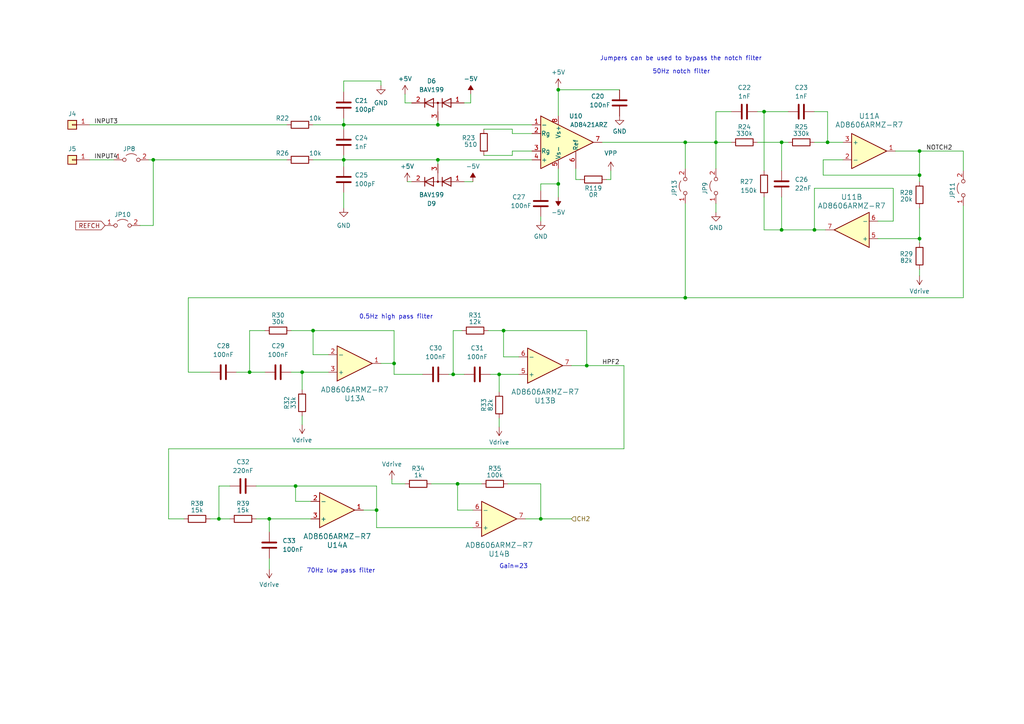
<source format=kicad_sch>
(kicad_sch (version 20231120) (generator "eeschema") (generator_version "8.0")
  (paper "A4")
  (lib_symbols
    (symbol "Amplifier_Instrumentation:AD8421ARZ" (pin_names (offset 0.127))
      (property "Reference" "U" (at 3.556 7.366 0))
      (property "Value" "AD8421ARZ" (at 7.366 5.334 0))
      (symbol "AD8421ARZ_0_1"
        (polyline (pts (xy -5.08 7.62) (xy -5.08 -7.62) (xy 10.16 0) (xy -5.08 7.62)) (stroke (width 0.254)) (fill (type background)))
      )
      (symbol "AD8421ARZ_1_1"
        (pin input line (at -7.62 5.08 0) (length 2.54) (name "-") (number "1"))
        (pin passive line (at -7.62 2.54 0) (length 2.54) (name "Rg") (number "2"))
        (pin passive line (at -7.62 -2.54 0) (length 2.54) (name "Rg") (number "3"))
        (pin input line (at -7.62 -5.08 0) (length 2.54) (name "+") (number "4"))
        (pin power_in line (at 0 -7.62 90) (length 2.54) (name "Vs-") (number "5"))
        (pin passive line (at 5.08 -7.62 90) (length 5.08) (name "Ref") (number "6"))
        (pin output line (at 12.7 0 180) (length 2.54) (name "~") (number "7"))
        (pin power_in line (at 0 7.62 270) (length 2.54) (name "Vs+") (number "8"))
      )
    )
    (symbol "Amplifier_Operational:AD8606ARMZ-R7" (pin_names (offset 0.254))
      (property "Reference" "U" (at 3.81 -5.08 0))
      (property "Value" "AD8606ARMZ-R7" (at 12.7 -7.62 0))
      (symbol "AD8606ARMZ-R7_0_1"
        (polyline (pts (xy -2.54 5.08) (xy 7.62 0) (xy -2.54 -5.08) (xy -2.54 5.08)) (stroke (width 0.254)) (fill (type background)))
      )
      (symbol "AD8606ARMZ-R7_0_2"
        (pin unspecified line (at 0 0 0) (length 7.62) (name "OUTA") (number "1"))
        (pin unspecified line (at 0 -2.54 0) (length 7.62) (name "-INA") (number "2"))
        (pin unspecified line (at 0 -5.08 0) (length 7.62) (name "+INA") (number "3"))
        (pin power_in line (at 0 -7.62 0) (length 7.62) (name "V-") (number "4"))
        (pin unspecified line (at 40.64 -7.62 180) (length 7.62) (name "+INB") (number "5"))
        (pin unspecified line (at 40.64 -5.08 180) (length 7.62) (name "-INB") (number "6"))
        (pin unspecified line (at 40.64 -2.54 180) (length 7.62) (name "OUTB") (number "7"))
        (pin power_in line (at 40.64 0 180) (length 7.62) (name "V+") (number "8"))
      )
      (symbol "AD8606ARMZ-R7_1_1"
        (pin output line (at 10.16 0 180) (length 2.54) (name "~") (number "1"))
        (pin input line (at -5.08 -2.54 0) (length 2.54) (name "-") (number "2"))
        (pin input line (at -5.08 2.54 0) (length 2.54) (name "+") (number "3"))
      )
      (symbol "AD8606ARMZ-R7_1_2"
        (pin output line (at 33.02 26.67 180) (length 2.54) (name "~") (number "1"))
        (pin input line (at 17.78 24.13 0) (length 2.54) (name "-") (number "2"))
        (pin input line (at 17.78 29.21 0) (length 2.54) (name "+") (number "3"))
        (pin power_in line (at 22.86 19.05 90) (length 3.81) (name "V-") (number "4"))
        (pin power_in line (at 22.86 34.29 270) (length 3.81) (name "V+") (number "8"))
      )
      (symbol "AD8606ARMZ-R7_2_1"
        (pin input line (at -5.08 2.54 0) (length 2.54) (name "+") (number "5"))
        (pin input line (at -5.08 -2.54 0) (length 2.54) (name "-") (number "6"))
        (pin output line (at 10.16 0 180) (length 2.54) (name "~") (number "7"))
      )
      (symbol "AD8606ARMZ-R7_2_2"
        (pin output line (at 33.02 26.67 180) (length 2.54) (name "~") (number "1"))
        (pin input line (at 17.78 24.13 0) (length 2.54) (name "-") (number "2"))
        (pin input line (at 17.78 29.21 0) (length 2.54) (name "+") (number "3"))
        (pin power_in line (at 22.86 19.05 90) (length 3.81) (name "V-") (number "4"))
        (pin power_in line (at 22.86 34.29 270) (length 3.81) (name "V+") (number "8"))
      )
      (symbol "AD8606ARMZ-R7_3_1"
        (pin power_in line (at 0 -7.62 90) (length 3.81) (name "V-") (number "4"))
        (pin power_in line (at 0 7.62 270) (length 3.81) (name "V+") (number "8"))
      )
      (symbol "AD8606ARMZ-R7_3_2"
        (pin output line (at 33.02 26.67 180) (length 2.54) (name "~") (number "1"))
        (pin input line (at 17.78 24.13 0) (length 2.54) (name "-") (number "2"))
        (pin input line (at 17.78 29.21 0) (length 2.54) (name "+") (number "3"))
        (pin power_in line (at 22.86 19.05 90) (length 3.81) (name "V-") (number "4"))
        (pin power_in line (at 22.86 34.29 270) (length 3.81) (name "V+") (number "8"))
      )
    )
    (symbol "Connector_Generic:Conn_01x01" (pin_names (offset 1.016) hide)
      (property "Reference" "J" (at 0 2.54 0))
      (property "Value" "Conn_01x01" (at 0 -2.54 0))
      (symbol "Conn_01x01_1_1"
        (rectangle (start -1.27 0.127) (end 0 -0.127) (stroke (width 0.1524)))
        (rectangle (start -1.27 1.27) (end 1.27 -1.27) (stroke (width 0.254)) (fill (type background)))
        (pin passive line (at -5.08 0 0) (length 3.81) (name "Pin_1") (number "1"))
      )
    )
    (symbol "Device:C" (pin_numbers hide) (pin_names (offset 0.254))
      (property "Reference" "C" (at 0.635 2.54 0))
      (property "Value" "C" (at 0.635 -2.54 0))
      (symbol "C_0_1"
        (polyline (pts (xy -2.032 -0.762) (xy 2.032 -0.762)) (stroke (width 0.508)))
        (polyline (pts (xy -2.032 0.762) (xy 2.032 0.762)) (stroke (width 0.508)))
      )
      (symbol "C_1_1"
        (pin passive line (at 0 3.81 270) (length 2.794) (name "~") (number "1"))
        (pin passive line (at 0 -3.81 90) (length 2.794) (name "~") (number "2"))
      )
    )
    (symbol "Device:D_Dual_Series_AKC" (pin_names (offset 0.762) hide)
      (property "Reference" "D" (at 1.27 -2.54 0))
      (property "Value" "D_Dual_Series_AKC" (at 0 2.54 0))
      (symbol "D_Dual_Series_AKC_0_1"
        (polyline (pts (xy -3.81 0) (xy 3.81 0)))
        (polyline (pts (xy 0 0) (xy 0 -2.54)))
        (polyline (pts (xy 6.35 0) (xy 7.62 0)))
        (polyline (pts (xy -1.27 -1.27) (xy -1.27 1.27) (xy -1.27 1.27)) (stroke (width 0.254)))
        (polyline (pts (xy 3.81 1.27) (xy 3.81 -1.27) (xy 3.81 -1.27)) (stroke (width 0.254)))
        (polyline (pts (xy -3.81 1.27) (xy -1.27 0) (xy -3.81 -1.27) (xy -3.81 1.27) (xy -3.81 1.27) (xy -3.81 1.27)) (stroke (width 0.254)))
        (polyline (pts (xy 1.27 1.27) (xy 3.81 0) (xy 1.27 -1.27) (xy 1.27 1.27) (xy 1.27 1.27) (xy 1.27 1.27)) (stroke (width 0.254)))
        (circle (center 0 0) (radius 0.254) (fill (type outline)))
        (pin passive line (at -7.62 0 0) (length 3.81) (name "A") (number "1"))
        (pin passive line (at 7.62 0 180) (length 3.81) (name "K") (number "2"))
        (pin passive line (at 0 -5.08 90) (length 2.54) (name "common") (number "3"))
      )
    )
    (symbol "Device:R" (pin_numbers hide) (pin_names (offset 0))
      (property "Reference" "R" (at 2.032 0 90))
      (property "Value" "R" (at 0 0 90))
      (symbol "R_0_1"
        (rectangle (start -1.016 -2.54) (end 1.016 2.54) (stroke (width 0.254)))
      )
      (symbol "R_1_1"
        (pin passive line (at 0 3.81 270) (length 1.27) (name "~") (number "1"))
        (pin passive line (at 0 -3.81 90) (length 1.27) (name "~") (number "2"))
      )
    )
    (symbol "Jumper:Jumper_2_Open" (pin_names (offset 0) hide)
      (property "Reference" "JP" (at 0 2.794 0))
      (property "Value" "Jumper_2_Open" (at 0 -2.286 0))
      (symbol "Jumper_2_Open_0_0"
        (circle (center -2.032 0) (radius 0.508))
        (circle (center 2.032 0) (radius 0.508))
      )
      (symbol "Jumper_2_Open_0_1"
        (arc (start 1.524 1.27) (mid 0 1.778) (end -1.524 1.27))
      )
      (symbol "Jumper_2_Open_1_1"
        (pin passive line (at -5.08 0 0) (length 2.54) (name "A") (number "1"))
        (pin passive line (at 5.08 0 180) (length 2.54) (name "B") (number "2"))
      )
    )
    (symbol "power:+5V" (power) (pin_names (offset 0))
      (property "Value" "+5V" (at 0 3.556 0))
      (symbol "+5V_0_1"
        (polyline (pts (xy -0.762 1.27) (xy 0 2.54)))
        (polyline (pts (xy 0 0) (xy 0 2.54)))
        (polyline (pts (xy 0 2.54) (xy 0.762 1.27)))
      )
      (symbol "+5V_1_1"
        (pin power_in line (at 0 0 90) (length 0) hide (name "+5V") (number "1"))
      )
    )
    (symbol "power:-5V" (power) (pin_names (offset 0))
      (property "Value" "-5V" (at 0 3.81 0))
      (symbol "-5V_0_0"
        (pin power_in line (at 0 0 90) (length 0) hide (name "-5V") (number "1"))
      )
      (symbol "-5V_0_1"
        (polyline (pts (xy 0 0) (xy 0 1.27) (xy 0.762 1.27) (xy 0 2.54) (xy -0.762 1.27) (xy 0 1.27)) (fill (type outline)))
      )
    )
    (symbol "power:GND" (power) (pin_names (offset 0))
      (property "Value" "GND" (at 0 -3.81 0))
      (symbol "GND_0_1"
        (polyline (pts (xy 0 0) (xy 0 -1.27) (xy 1.27 -1.27) (xy 0 -2.54) (xy -1.27 -1.27) (xy 0 -1.27)))
      )
      (symbol "GND_1_1"
        (pin power_in line (at 0 0 270) (length 0) hide (name "GND") (number "1"))
      )
    )
    (symbol "power:VPP" (power) (pin_names (offset 0))
      (property "Value" "VPP" (at 0 3.81 0))
      (symbol "VPP_0_1"
        (polyline (pts (xy -0.762 1.27) (xy 0 2.54)))
        (polyline (pts (xy 0 0) (xy 0 2.54)))
        (polyline (pts (xy 0 2.54) (xy 0.762 1.27)))
      )
      (symbol "VPP_1_1"
        (pin power_in line (at 0 0 90) (length 0) hide (name "VPP") (number "1"))
      )
    )
    (symbol "power:Vdrive" (power) (pin_names (offset 0))
      (property "Value" "Vdrive" (at 0 3.81 0))
      (symbol "Vdrive_0_1"
        (polyline (pts (xy -0.762 1.27) (xy 0 2.54)))
        (polyline (pts (xy 0 0) (xy 0 2.54)))
        (polyline (pts (xy 0 2.54) (xy 0.762 1.27)))
      )
      (symbol "Vdrive_1_1"
        (pin power_in line (at 0 0 90) (length 0) hide (name "Vdrive") (number "1"))
      )
    )
  )
  (junction (at 99.695 46.355))
  (junction (at 266.7 50.8))
  (junction (at 161.925 53.34))
  (junction (at 109.22 147.955))
  (junction (at 78.105 150.495))
  (junction (at 131.445 108.585))
  (junction (at 170.18 106.045))
  (junction (at 132.715 140.335))
  (junction (at 226.695 41.275))
  (junction (at 144.78 108.585))
  (junction (at 198.755 86.36))
  (junction (at 266.7 69.215))
  (junction (at 72.39 107.95))
  (junction (at 266.7 43.815))
  (junction (at 90.805 95.885))
  (junction (at 114.3 105.41))
  (junction (at 87.63 107.95))
  (junction (at 226.695 66.675))
  (junction (at 207.645 41.275))
  (junction (at 198.755 41.275))
  (junction (at 99.695 36.195))
  (junction (at 127 46.355))
  (junction (at 85.725 140.97))
  (junction (at 221.615 32.385))
  (junction (at 236.22 66.675))
  (junction (at 156.845 150.495))
  (junction (at 161.925 26.035))
  (junction (at 63.5 150.495))
  (junction (at 44.45 46.355))
  (junction (at 146.05 95.885))
  (junction (at 240.03 41.275))
  (junction (at 127 36.195))
  (wire (pts (xy 148.59 38.735) (xy 154.305 38.735)))
  (wire (pts (xy 109.22 153.035) (xy 109.22 147.955)))
  (wire (pts (xy 244.475 46.355) (xy 238.76 46.355)))
  (wire (pts (xy 174.625 41.275) (xy 198.755 41.275)))
  (wire (pts (xy 259.08 54.61) (xy 236.22 54.61)))
  (wire (pts (xy 137.16 52.705) (xy 134.62 52.705)))
  (wire (pts (xy 254.635 69.215) (xy 266.7 69.215)))
  (wire (pts (xy 74.295 140.97) (xy 85.725 140.97)))
  (wire (pts (xy 226.695 41.275) (xy 226.695 49.53)))
  (wire (pts (xy 207.645 41.275) (xy 212.09 41.275)))
  (wire (pts (xy 99.695 26.67) (xy 99.695 23.495)))
  (wire (pts (xy 114.3 108.585) (xy 114.3 105.41)))
  (wire (pts (xy 90.805 95.885) (xy 114.3 95.885)))
  (wire (pts (xy 117.475 140.335) (xy 113.665 140.335)))
  (wire (pts (xy 90.805 95.885) (xy 90.805 102.87)))
  (wire (pts (xy 125.095 140.335) (xy 132.715 140.335)))
  (wire (pts (xy 85.725 145.415) (xy 85.725 140.97)))
  (wire (pts (xy 90.805 46.355) (xy 99.695 46.355)))
  (wire (pts (xy 221.615 32.385) (xy 221.615 49.53)))
  (wire (pts (xy 48.895 150.495) (xy 53.34 150.495)))
  (wire (pts (xy 99.695 34.29) (xy 99.695 36.195)))
  (wire (pts (xy 132.715 147.955) (xy 137.16 147.955)))
  (wire (pts (xy 114.3 105.41) (xy 110.49 105.41)))
  (wire (pts (xy 66.675 140.97) (xy 63.5 140.97)))
  (wire (pts (xy 54.61 86.36) (xy 54.61 107.95)))
  (wire (pts (xy 180.975 130.175) (xy 48.895 130.175)))
  (wire (pts (xy 74.295 150.495) (xy 78.105 150.495)))
  (wire (pts (xy 219.71 32.385) (xy 221.615 32.385)))
  (wire (pts (xy 207.645 61.595) (xy 207.645 59.055)))
  (wire (pts (xy 26.035 36.195) (xy 83.185 36.195)))
  (wire (pts (xy 63.5 140.97) (xy 63.5 150.495)))
  (wire (pts (xy 109.22 153.035) (xy 137.16 153.035)))
  (wire (pts (xy 161.925 48.895) (xy 161.925 53.34)))
  (wire (pts (xy 266.7 52.705) (xy 266.7 50.8)))
  (wire (pts (xy 99.695 36.195) (xy 99.695 37.465)))
  (wire (pts (xy 221.615 66.675) (xy 226.695 66.675)))
  (wire (pts (xy 90.805 36.195) (xy 99.695 36.195)))
  (wire (pts (xy 90.805 102.87) (xy 95.25 102.87)))
  (wire (pts (xy 240.03 41.275) (xy 244.475 41.275)))
  (wire (pts (xy 207.645 32.385) (xy 207.645 41.275)))
  (wire (pts (xy 226.695 66.675) (xy 236.22 66.675)))
  (wire (pts (xy 44.45 65.405) (xy 44.45 46.355)))
  (wire (pts (xy 48.895 130.175) (xy 48.895 150.495)))
  (wire (pts (xy 144.78 123.825) (xy 144.78 121.285)))
  (wire (pts (xy 87.63 123.19) (xy 87.63 120.65)))
  (wire (pts (xy 54.61 107.95) (xy 60.96 107.95)))
  (wire (pts (xy 226.695 57.15) (xy 226.695 66.675)))
  (wire (pts (xy 198.755 59.055) (xy 198.755 86.36)))
  (wire (pts (xy 114.3 95.885) (xy 114.3 105.41)))
  (wire (pts (xy 43.18 46.355) (xy 44.45 46.355)))
  (wire (pts (xy 146.05 103.505) (xy 150.495 103.505)))
  (wire (pts (xy 127 34.925) (xy 127 36.195)))
  (wire (pts (xy 127 36.195) (xy 154.305 36.195)))
  (wire (pts (xy 87.63 107.95) (xy 87.63 113.03)))
  (wire (pts (xy 127 46.355) (xy 127 47.625)))
  (wire (pts (xy 238.76 50.8) (xy 266.7 50.8)))
  (wire (pts (xy 72.39 107.95) (xy 76.835 107.95)))
  (wire (pts (xy 130.175 108.585) (xy 131.445 108.585)))
  (wire (pts (xy 54.61 86.36) (xy 198.755 86.36)))
  (wire (pts (xy 136.525 27.305) (xy 136.525 29.845)))
  (wire (pts (xy 177.165 49.53) (xy 177.165 52.07)))
  (wire (pts (xy 198.755 86.36) (xy 279.4 86.36)))
  (wire (pts (xy 266.7 60.325) (xy 266.7 69.215)))
  (wire (pts (xy 133.985 95.885) (xy 131.445 95.885)))
  (wire (pts (xy 238.76 46.355) (xy 238.76 50.8)))
  (wire (pts (xy 156.845 150.495) (xy 165.735 150.495)))
  (wire (pts (xy 236.22 41.275) (xy 240.03 41.275)))
  (wire (pts (xy 110.49 23.495) (xy 110.49 24.765)))
  (wire (pts (xy 117.475 27.305) (xy 117.475 29.845)))
  (wire (pts (xy 236.22 32.385) (xy 240.03 32.385)))
  (wire (pts (xy 109.22 140.97) (xy 109.22 147.955)))
  (wire (pts (xy 161.925 25.4) (xy 161.925 26.035)))
  (wire (pts (xy 78.105 150.495) (xy 90.17 150.495)))
  (wire (pts (xy 266.7 43.815) (xy 279.4 43.815)))
  (wire (pts (xy 114.3 108.585) (xy 122.555 108.585)))
  (wire (pts (xy 180.975 106.045) (xy 180.975 130.175)))
  (wire (pts (xy 141.605 95.885) (xy 146.05 95.885)))
  (wire (pts (xy 60.96 150.495) (xy 63.5 150.495)))
  (wire (pts (xy 63.5 150.495) (xy 66.675 150.495)))
  (wire (pts (xy 170.18 106.045) (xy 170.18 95.885)))
  (wire (pts (xy 113.665 140.335) (xy 113.665 139.065)))
  (wire (pts (xy 117.475 29.845) (xy 119.38 29.845)))
  (wire (pts (xy 219.71 41.275) (xy 226.695 41.275)))
  (wire (pts (xy 198.755 41.275) (xy 198.755 48.895)))
  (wire (pts (xy 161.925 53.34) (xy 161.925 57.15)))
  (wire (pts (xy 221.615 57.15) (xy 221.615 66.675)))
  (wire (pts (xy 236.22 54.61) (xy 236.22 66.675)))
  (wire (pts (xy 131.445 108.585) (xy 134.62 108.585)))
  (wire (pts (xy 84.455 107.95) (xy 87.63 107.95)))
  (wire (pts (xy 266.7 69.215) (xy 266.7 70.485)))
  (wire (pts (xy 161.925 26.035) (xy 179.705 26.035)))
  (wire (pts (xy 175.895 52.07) (xy 177.165 52.07)))
  (wire (pts (xy 221.615 32.385) (xy 228.6 32.385)))
  (wire (pts (xy 156.845 55.245) (xy 156.845 53.34)))
  (wire (pts (xy 84.455 95.885) (xy 90.805 95.885)))
  (wire (pts (xy 148.59 37.465) (xy 148.59 38.735)))
  (wire (pts (xy 144.78 108.585) (xy 144.78 113.665)))
  (wire (pts (xy 140.335 45.085) (xy 148.59 45.085)))
  (wire (pts (xy 76.835 95.885) (xy 72.39 95.885)))
  (wire (pts (xy 99.695 46.355) (xy 127 46.355)))
  (wire (pts (xy 118.11 52.705) (xy 119.38 52.705)))
  (wire (pts (xy 139.7 140.335) (xy 132.715 140.335)))
  (wire (pts (xy 68.58 107.95) (xy 72.39 107.95)))
  (wire (pts (xy 87.63 107.95) (xy 95.25 107.95)))
  (wire (pts (xy 259.715 43.815) (xy 266.7 43.815)))
  (wire (pts (xy 254.635 64.135) (xy 259.08 64.135)))
  (wire (pts (xy 212.09 32.385) (xy 207.645 32.385)))
  (wire (pts (xy 40.64 65.405) (xy 44.45 65.405)))
  (wire (pts (xy 170.18 95.885) (xy 146.05 95.885)))
  (wire (pts (xy 156.845 140.335) (xy 147.32 140.335)))
  (wire (pts (xy 99.695 36.195) (xy 127 36.195)))
  (wire (pts (xy 26.035 46.355) (xy 33.02 46.355)))
  (wire (pts (xy 168.275 52.07) (xy 167.005 52.07)))
  (wire (pts (xy 266.7 50.8) (xy 266.7 43.815)))
  (wire (pts (xy 146.05 95.885) (xy 146.05 103.505)))
  (wire (pts (xy 78.105 150.495) (xy 78.105 154.305)))
  (wire (pts (xy 156.845 53.34) (xy 161.925 53.34)))
  (wire (pts (xy 279.4 43.815) (xy 279.4 49.53)))
  (wire (pts (xy 279.4 59.69) (xy 279.4 86.36)))
  (wire (pts (xy 85.725 140.97) (xy 109.22 140.97)))
  (wire (pts (xy 156.845 140.335) (xy 156.845 150.495)))
  (wire (pts (xy 136.525 29.845) (xy 134.62 29.845)))
  (wire (pts (xy 109.22 147.955) (xy 105.41 147.955)))
  (wire (pts (xy 144.78 108.585) (xy 150.495 108.585)))
  (wire (pts (xy 78.105 165.1) (xy 78.105 161.925)))
  (wire (pts (xy 165.735 106.045) (xy 170.18 106.045)))
  (wire (pts (xy 99.695 55.88) (xy 99.695 60.325)))
  (wire (pts (xy 90.17 145.415) (xy 85.725 145.415)))
  (wire (pts (xy 132.715 140.335) (xy 132.715 147.955)))
  (wire (pts (xy 161.925 26.035) (xy 161.925 33.655)))
  (wire (pts (xy 156.845 64.135) (xy 156.845 62.865)))
  (wire (pts (xy 140.335 37.465) (xy 148.59 37.465)))
  (wire (pts (xy 207.645 41.275) (xy 207.645 48.895)))
  (wire (pts (xy 44.45 46.355) (xy 83.185 46.355)))
  (wire (pts (xy 148.59 45.085) (xy 148.59 43.815)))
  (wire (pts (xy 236.22 66.675) (xy 239.395 66.675)))
  (wire (pts (xy 198.755 41.275) (xy 207.645 41.275)))
  (wire (pts (xy 99.695 23.495) (xy 110.49 23.495)))
  (wire (pts (xy 167.005 48.895) (xy 167.005 52.07)))
  (wire (pts (xy 72.39 95.885) (xy 72.39 107.95)))
  (wire (pts (xy 148.59 43.815) (xy 154.305 43.815)))
  (wire (pts (xy 170.18 106.045) (xy 180.975 106.045)))
  (wire (pts (xy 99.695 45.085) (xy 99.695 46.355)))
  (wire (pts (xy 131.445 95.885) (xy 131.445 108.585)))
  (wire (pts (xy 142.24 108.585) (xy 144.78 108.585)))
  (wire (pts (xy 266.7 78.105) (xy 266.7 80.01)))
  (wire (pts (xy 240.03 32.385) (xy 240.03 41.275)))
  (wire (pts (xy 226.695 41.275) (xy 228.6 41.275)))
  (wire (pts (xy 259.08 64.135) (xy 259.08 54.61)))
  (wire (pts (xy 127 46.355) (xy 154.305 46.355)))
  (wire (pts (xy 99.695 46.355) (xy 99.695 48.26)))
  (wire (pts (xy 152.4 150.495) (xy 156.845 150.495)))
  (text "Gain=23\n" (at 144.78 165.1 0) (effects (font (size 1.27 1.27)) (justify left bottom)))
  (text "70Hz low pass filter" (at 88.9 166.37 0) (effects (font (size 1.27 1.27)) (justify left bottom)))
  (text "50Hz notch filter\n" (at 189.23 21.59 0) (effects (font (size 1.27 1.27)) (justify left bottom)))
  (text "Jumpers can be used to bypass the notch filter\n" (at 173.99 17.78 0) (effects (font (size 1.27 1.27)) (justify left bottom)))
  (text "0.5Hz high pass filter\n" (at 104.14 92.71 0) (effects (font (size 1.27 1.27)) (justify left bottom)))
  (label "INPUT4" (at 27.305 46.355 0))
  (label "HPF2" (at 174.625 106.045 0))
  (label "NOTCH2" (at 268.605 43.815 0))
  (label "INPUT3" (at 27.305 36.195 0))
  (global_label "REFCH" (shape input) (at 30.48 65.405 180) (property "Intersheetrefs" "${INTERSHEET_REFS}" (effects (hide yes))))
  (hierarchical_label "CH2" (shape input) (at 165.735 150.495 0))
  (symbol (lib_id "Device:R") (at 87.63 116.84 0) (unit 1)
    (property "Reference" "R32" (at 83.185 116.84 90))
    (property "Value" "33k" (at 85.09 116.84 90))
    (property "Footprint" "Resistor_SMD:R_0603_1608Metric_Pad0.98x0.95mm_HandSolder" (effects (hide yes)))
    (property "JLCPCB Price" "0.0009" (effects (hide yes)))
    (property "JLCPCB Type" "Basic" (effects (hide yes)))
    (property "LCSC Part #" "C4216" (effects (hide yes)))
  )
  (symbol (lib_id "Device:R") (at 266.7 74.295 0) (unit 1)
    (property "Reference" "R29" (at 262.89 73.66 0))
    (property "Value" "82k" (at 262.89 75.565 0))
    (property "Footprint" "Resistor_SMD:R_0603_1608Metric_Pad0.98x0.95mm_HandSolder" (effects (hide yes)))
    (property "JLCPCB Price" "0.0009" (effects (hide yes)))
    (property "JLCPCB Type" "Basic" (effects (hide yes)))
    (property "LCSC Part #" "C23254" (effects (hide yes)))
  )
  (symbol (lib_id "power:GND") (at 179.705 33.655 0) (unit 1)
    (property "Reference" "#PWR040" (effects (hide yes)))
    (property "Value" "GND" (at 179.705 38.1 0))
  )
  (symbol (lib_id "Device:R") (at 172.085 52.07 270) (unit 1)
    (property "Reference" "R119" (at 172.085 54.61 90))
    (property "Value" "0R" (at 172.085 56.515 90))
    (property "Footprint" "Resistor_SMD:R_0603_1608Metric_Pad0.98x0.95mm_HandSolder" (effects (hide yes)))
    (property "JLCPCB Price" "0.001" (effects (hide yes)))
    (property "JLCPCB Type" "Basic" (effects (hide yes)))
    (property "LCSC Part #" "C21189" (effects (hide yes)))
  )
  (symbol (lib_id "power:GND") (at 99.695 60.325 0) (unit 1)
    (property "Reference" "#PWR048" (effects (hide yes)))
    (property "Value" "GND" (at 99.695 65.405 0))
  )
  (symbol (lib_id "Amplifier_Operational:AD8606ARMZ-R7") (at 249.555 43.815 0) (unit 1)
    (property "Reference" "U11" (at 252.095 33.655 0) (effects (font (size 1.524 1.524))))
    (property "Value" "AD8606ARMZ-R7" (at 252.095 36.195 0) (effects (font (size 1.524 1.524))))
    (property "Footprint" "Package_SO:AD8606ARMZ" (effects (hide yes)))
    (property "Datasheet" "AD8606ARMZ-R7" (effects (hide yes)))
    (property "JLCPCB Price" "2.172" (effects (hide yes)))
    (property "JLCPCB Type" "Extended" (effects (hide yes)))
    (property "LCSC Part #" "C408833" (effects (hide yes)))
  )
  (symbol (lib_id "Amplifier_Operational:AD8606ARMZ-R7") (at 142.24 150.495 0) (mirror x) (unit 2)
    (property "Reference" "U14" (at 144.78 160.655 0) (effects (font (size 1.524 1.524))))
    (property "Value" "AD8606ARMZ-R7" (at 144.78 158.115 0) (effects (font (size 1.524 1.524))))
    (property "Footprint" "Package_SO:AD8606ARMZ" (effects (hide yes)))
    (property "Datasheet" "AD8606ARMZ-R7" (effects (hide yes)))
    (property "JLCPCB Price" "2.172" (effects (hide yes)))
    (property "JLCPCB Type" "Extended" (effects (hide yes)))
    (property "LCSC Part #" "C408833" (effects (hide yes)))
  )
  (symbol (lib_id "Device:C") (at 64.77 107.95 270) (unit 1)
    (property "Reference" "C28" (at 64.77 100.33 90))
    (property "Value" "100nF" (at 64.77 102.87 90))
    (property "Footprint" "Capacitor_SMD:C_1206_3216Metric" (effects (hide yes)))
    (property "JLCPCB Price" "0.104" (effects (hide yes)))
    (property "JLCPCB Type" "-" (effects (hide yes)))
    (property "LCSC Part #" "C97946" (effects (hide yes)))
  )
  (symbol (lib_id "Amplifier_Operational:AD8606ARMZ-R7") (at 100.33 105.41 0) (mirror x) (unit 1)
    (property "Reference" "U13" (at 102.87 115.57 0) (effects (font (size 1.524 1.524))))
    (property "Value" "AD8606ARMZ-R7" (at 102.87 113.03 0) (effects (font (size 1.524 1.524))))
    (property "Footprint" "Package_SO:AD8606ARMZ" (effects (hide yes)))
    (property "Datasheet" "AD8606ARMZ-R7" (effects (hide yes)))
    (property "JLCPCB Price" "2.172" (effects (hide yes)))
    (property "JLCPCB Type" "Extended" (effects (hide yes)))
    (property "LCSC Part #" "C408833" (effects (hide yes)))
  )
  (symbol (lib_id "power:Vdrive") (at 113.665 139.065 0) (unit 1)
    (property "Reference" "#PWR054" (effects (hide yes)))
    (property "Value" "Vdrive" (at 113.665 134.62 0))
  )
  (symbol (lib_id "Device:R") (at 215.9 41.275 270) (unit 1)
    (property "Reference" "R24" (at 215.9 36.83 90))
    (property "Value" "330k" (at 215.9 38.735 90))
    (property "Footprint" "Resistor_SMD:R_0603_1608Metric_Pad0.98x0.95mm_HandSolder" (effects (hide yes)))
    (property "JLCPCB Price" "0.0009" (effects (hide yes)))
    (property "JLCPCB Type" "Basic" (effects (hide yes)))
    (property "LCSC Part #" "C23137" (effects (hide yes)))
  )
  (symbol (lib_id "Device:R") (at 232.41 41.275 270) (unit 1)
    (property "Reference" "R25" (at 232.41 36.83 90))
    (property "Value" "330k" (at 232.41 38.735 90))
    (property "Footprint" "Resistor_SMD:R_0603_1608Metric_Pad0.98x0.95mm_HandSolder" (effects (hide yes)))
    (property "JLCPCB Price" "0.0009" (effects (hide yes)))
    (property "JLCPCB Type" "Basic" (effects (hide yes)))
    (property "LCSC Part #" "C23137" (effects (hide yes)))
  )
  (symbol (lib_id "Device:C") (at 70.485 140.97 90) (unit 1)
    (property "Reference" "C32" (at 70.485 133.985 90))
    (property "Value" "220nF" (at 70.485 136.525 90))
    (property "Footprint" "Capacitor_SMD:C_1206_3216Metric" (effects (hide yes)))
    (property "JLCPCB Price" "0.3158" (effects (hide yes)))
    (property "JLCPCB Type" "-" (effects (hide yes)))
    (property "LCSC Part #" "C464977" (effects (hide yes)))
  )
  (symbol (lib_id "power:GND") (at 110.49 24.765 0) (unit 1)
    (property "Reference" "#PWR035" (effects (hide yes)))
    (property "Value" "GND" (at 110.49 29.845 0))
  )
  (symbol (lib_id "Device:C") (at 126.365 108.585 270) (unit 1)
    (property "Reference" "C30" (at 126.365 100.965 90))
    (property "Value" "100nF" (at 126.365 103.505 90))
    (property "Footprint" "Capacitor_SMD:C_1206_3216Metric" (effects (hide yes)))
    (property "JLCPCB Price" "0.104" (effects (hide yes)))
    (property "JLCPCB Type" "-" (effects (hide yes)))
    (property "LCSC Part #" "C97946" (effects (hide yes)))
  )
  (symbol (lib_id "Jumper:Jumper_2_Open") (at 38.1 46.355 0) (unit 1)
    (property "Reference" "JP8" (at 37.465 43.18 0))
    (property "Value" "Jumper_2_Open" (effects (hide yes)))
    (property "Footprint" "Connector_PinHeader_2.54mm:PinHeader_1x02_P2.54mm_Vertical" (effects (hide yes)))
    (property "JLCPCB Price" "-" (effects (hide yes)))
    (property "JLCPCB Type" "-" (effects (hide yes)))
    (property "LCSC Part #" "-" (effects (hide yes)))
  )
  (symbol (lib_id "Device:R") (at 57.15 150.495 270) (unit 1)
    (property "Reference" "R38" (at 57.15 146.05 90))
    (property "Value" "15k" (at 57.15 147.955 90))
    (property "Footprint" "Resistor_SMD:R_0603_1608Metric_Pad0.98x0.95mm_HandSolder" (effects (hide yes)))
    (property "JLCPCB Price" "0.0010" (effects (hide yes)))
    (property "JLCPCB Type" "Basic" (effects (hide yes)))
    (property "LCSC Part #" "C22809" (effects (hide yes)))
  )
  (symbol (lib_id "power:-5V") (at 136.525 27.305 0) (unit 1)
    (property "Reference" "#PWR038" (effects (hide yes)))
    (property "Value" "-5V" (at 136.525 22.86 0))
  )
  (symbol (lib_id "Connector_Generic:Conn_01x01") (at 20.955 36.195 180) (unit 1)
    (property "Reference" "J4" (at 20.955 33.02 0))
    (property "Value" "Conn_01x01" (effects (hide yes)))
    (property "Footprint" "Connector_PinHeader_2.54mm:PinHeader_1x01_P2.54mm_Vertical" (effects (hide yes)))
    (property "JLCPCB Price" "-" (effects (hide yes)))
    (property "JLCPCB Type" "-" (effects (hide yes)))
    (property "LCSC Part #" "-" (effects (hide yes)))
  )
  (symbol (lib_id "Device:R") (at 140.335 41.275 180) (unit 1)
    (property "Reference" "R23" (at 135.89 40.005 0))
    (property "Value" "510" (at 136.525 41.91 0))
    (property "Footprint" "Resistor_SMD:R_0603_1608Metric_Pad0.98x0.95mm_HandSolder" (effects (hide yes)))
    (property "JLCPCB Price" "0.0009" (effects (hide yes)))
    (property "JLCPCB Type" "Basic" (effects (hide yes)))
    (property "LCSC Part #" "C23193" (effects (hide yes)))
  )
  (symbol (lib_id "Device:C") (at 99.695 30.48 0) (unit 1)
    (property "Reference" "C21" (at 102.87 29.21 0) (effects (justify left)))
    (property "Value" "100pF" (at 102.87 31.75 0) (effects (justify left)))
    (property "Footprint" "Capacitor_SMD:C_0603_1608Metric_Pad1.08x0.95mm_HandSolder" (effects (hide yes)))
    (property "JLCPCB Price" "0.0026" (effects (hide yes)))
    (property "JLCPCB Type" "Basic" (effects (hide yes)))
    (property "LCSC Part #" "C14858" (effects (hide yes)))
  )
  (symbol (lib_id "Jumper:Jumper_2_Open") (at 35.56 65.405 0) (unit 1)
    (property "Reference" "JP10" (at 35.56 62.23 0))
    (property "Value" "Jumper_2_Open" (effects (hide yes)))
    (property "Footprint" "Connector_PinHeader_2.54mm:PinHeader_1x02_P2.54mm_Vertical" (effects (hide yes)))
    (property "JLCPCB Price" "-" (effects (hide yes)))
    (property "JLCPCB Type" "-" (effects (hide yes)))
    (property "LCSC Part #" "-" (effects (hide yes)))
  )
  (symbol (lib_id "Device:C") (at 99.695 41.275 0) (unit 1)
    (property "Reference" "C24" (at 102.87 40.005 0) (effects (justify left)))
    (property "Value" "1nF" (at 102.87 42.545 0) (effects (justify left)))
    (property "Footprint" "Capacitor_SMD:C_0603_1608Metric_Pad1.08x0.95mm_HandSolder" (effects (hide yes)))
    (property "JLCPCB Price" "0.004" (effects (hide yes)))
    (property "JLCPCB Type" "-" (effects (hide yes)))
    (property "LCSC Part #" "C106246" (effects (hide yes)))
  )
  (symbol (lib_id "power:Vdrive") (at 266.7 80.01 180) (unit 1)
    (property "Reference" "#PWR051" (effects (hide yes)))
    (property "Value" "Vdrive" (at 266.7 84.455 0))
  )
  (symbol (lib_id "Device:C") (at 80.645 107.95 270) (unit 1)
    (property "Reference" "C29" (at 80.645 100.33 90))
    (property "Value" "100nF" (at 80.645 102.87 90))
    (property "Footprint" "Capacitor_SMD:C_1206_3216Metric" (effects (hide yes)))
    (property "JLCPCB Price" "0.104" (effects (hide yes)))
    (property "JLCPCB Type" "-" (effects (hide yes)))
    (property "LCSC Part #" "C97946" (effects (hide yes)))
  )
  (symbol (lib_id "power:GND") (at 207.645 61.595 0) (unit 1)
    (property "Reference" "#PWR015" (effects (hide yes)))
    (property "Value" "GND" (at 207.645 66.04 0))
  )
  (symbol (lib_id "Device:C") (at 99.695 52.07 0) (unit 1)
    (property "Reference" "C25" (at 102.87 50.8 0) (effects (justify left)))
    (property "Value" "100pF" (at 102.87 53.34 0) (effects (justify left)))
    (property "Footprint" "Capacitor_SMD:C_0603_1608Metric_Pad1.08x0.95mm_HandSolder" (effects (hide yes)))
    (property "JLCPCB Price" "0.0026" (effects (hide yes)))
    (property "JLCPCB Type" "Basic" (effects (hide yes)))
    (property "LCSC Part #" "C14858" (effects (hide yes)))
  )
  (symbol (lib_id "Device:C") (at 232.41 32.385 90) (unit 1)
    (property "Reference" "C23" (at 232.41 25.4 90))
    (property "Value" "1nF" (at 232.41 27.94 90))
    (property "Footprint" "Capacitor_SMD:C_0603_1608Metric_Pad1.08x0.95mm_HandSolder" (effects (hide yes)))
    (property "JLCPCB Price" "0.004" (effects (hide yes)))
    (property "JLCPCB Type" "-" (effects (hide yes)))
    (property "LCSC Part #" "C106246" (effects (hide yes)))
  )
  (symbol (lib_id "Connector_Generic:Conn_01x01") (at 20.955 46.355 180) (unit 1)
    (property "Reference" "J5" (at 20.955 43.18 0))
    (property "Value" "Conn_01x01" (effects (hide yes)))
    (property "Footprint" "Connector_PinHeader_2.54mm:PinHeader_1x01_P2.54mm_Vertical" (effects (hide yes)))
    (property "JLCPCB Price" "-" (effects (hide yes)))
    (property "JLCPCB Type" "-" (effects (hide yes)))
    (property "LCSC Part #" "-" (effects (hide yes)))
  )
  (symbol (lib_id "Device:C") (at 179.705 29.845 180) (unit 1)
    (property "Reference" "C20" (at 173.355 27.94 0))
    (property "Value" "100nF" (at 173.99 30.48 0))
    (property "Footprint" "Capacitor_SMD:C_0603_1608Metric_Pad1.08x0.95mm_HandSolder" (effects (hide yes)))
    (property "JLCPCB Price" "0.0022" (effects (hide yes)))
    (property "JLCPCB Type" "Basic" (effects (hide yes)))
    (property "LCSC Part #" "C14663" (effects (hide yes)))
  )
  (symbol (lib_id "Device:D_Dual_Series_AKC") (at 127 52.705 180) (unit 1)
    (property "Reference" "D9" (at 125.1585 59.055 0))
    (property "Value" "BAV199" (at 125.1585 56.515 0))
    (property "Footprint" "Package_TO_SOT_SMD:SOT-23" (effects (hide yes)))
    (property "JLCPCB Price" "0.0357" (effects (hide yes)))
    (property "JLCPCB Type" "Extended" (effects (hide yes)))
    (property "LCSC Part #" "C40919" (effects (hide yes)))
  )
  (symbol (lib_id "Jumper:Jumper_2_Open") (at 207.645 53.975 90) (unit 1)
    (property "Reference" "JP9" (at 204.47 54.61 0))
    (property "Value" "Jumper_2_Open" (effects (hide yes)))
    (property "Footprint" "Connector_PinHeader_2.54mm:PinHeader_1x02_P2.54mm_Vertical" (effects (hide yes)))
    (property "JLCPCB Price" "-" (effects (hide yes)))
    (property "JLCPCB Type" "-" (effects (hide yes)))
    (property "LCSC Part #" "-" (effects (hide yes)))
  )
  (symbol (lib_id "power:Vdrive") (at 78.105 165.1 180) (unit 1)
    (property "Reference" "#PWR056" (effects (hide yes)))
    (property "Value" "Vdrive" (at 78.105 169.545 0))
  )
  (symbol (lib_id "Device:R") (at 70.485 150.495 270) (unit 1)
    (property "Reference" "R39" (at 70.485 146.05 90))
    (property "Value" "15k" (at 70.485 147.955 90))
    (property "Footprint" "Resistor_SMD:R_0603_1608Metric_Pad0.98x0.95mm_HandSolder" (effects (hide yes)))
    (property "JLCPCB Price" "0.0010" (effects (hide yes)))
    (property "JLCPCB Type" "Basic" (effects (hide yes)))
    (property "LCSC Part #" "C22809" (effects (hide yes)))
  )
  (symbol (lib_id "power:Vdrive") (at 87.63 123.19 180) (unit 1)
    (property "Reference" "#PWR052" (effects (hide yes)))
    (property "Value" "Vdrive" (at 87.63 127.635 0))
  )
  (symbol (lib_id "Amplifier_Operational:AD8606ARMZ-R7") (at 95.25 147.955 0) (mirror x) (unit 1)
    (property "Reference" "U14" (at 97.79 158.115 0) (effects (font (size 1.524 1.524))))
    (property "Value" "AD8606ARMZ-R7" (at 97.79 155.575 0) (effects (font (size 1.524 1.524))))
    (property "Footprint" "Package_SO:AD8606ARMZ" (effects (hide yes)))
    (property "Datasheet" "AD8606ARMZ-R7" (effects (hide yes)))
    (property "JLCPCB Price" "2.172" (effects (hide yes)))
    (property "JLCPCB Type" "Extended" (effects (hide yes)))
    (property "LCSC Part #" "C408833" (effects (hide yes)))
  )
  (symbol (lib_id "Device:R") (at 86.995 36.195 90) (unit 1)
    (property "Reference" "R22" (at 81.915 34.29 90))
    (property "Value" "10k" (at 91.44 34.29 90))
    (property "Footprint" "Resistor_SMD:R_0603_1608Metric_Pad0.98x0.95mm_HandSolder" (effects (hide yes)))
    (property "JLCPCB Price" "0.0009" (effects (hide yes)))
    (property "JLCPCB Type" "Basic" (effects (hide yes)))
    (property "LCSC Part #" "C25804" (effects (hide yes)))
  )
  (symbol (lib_id "Amplifier_Operational:AD8606ARMZ-R7") (at 155.575 106.045 0) (mirror x) (unit 2)
    (property "Reference" "U13" (at 158.115 116.205 0) (effects (font (size 1.524 1.524))))
    (property "Value" "AD8606ARMZ-R7" (at 158.115 113.665 0) (effects (font (size 1.524 1.524))))
    (property "Footprint" "Package_SO:AD8606ARMZ" (effects (hide yes)))
    (property "Datasheet" "AD8606ARMZ-R7" (effects (hide yes)))
    (property "JLCPCB Price" "2.172" (effects (hide yes)))
    (property "JLCPCB Type" "Extended" (effects (hide yes)))
    (property "LCSC Part #" "C408833" (effects (hide yes)))
  )
  (symbol (lib_id "Device:R") (at 121.285 140.335 270) (unit 1)
    (property "Reference" "R34" (at 121.285 135.89 90))
    (property "Value" "1k" (at 121.285 137.795 90))
    (property "Footprint" "Resistor_SMD:R_0603_1608Metric_Pad0.98x0.95mm_HandSolder" (effects (hide yes)))
    (property "JLCPCB Price" "0.0007" (effects (hide yes)))
    (property "JLCPCB Type" "Basic" (effects (hide yes)))
    (property "LCSC Part #" "C21190" (effects (hide yes)))
  )
  (symbol (lib_id "power:-5V") (at 161.925 57.15 180) (unit 1)
    (property "Reference" "#PWR046" (effects (hide yes)))
    (property "Value" "-5V" (at 161.925 61.595 0))
  )
  (symbol (lib_id "power:GND") (at 156.845 64.135 0) (unit 1)
    (property "Reference" "#PWR049" (effects (hide yes)))
    (property "Value" "GND" (at 156.845 68.58 0))
  )
  (symbol (lib_id "Jumper:Jumper_2_Open") (at 279.4 54.61 90) (unit 1)
    (property "Reference" "JP11" (at 276.225 55.245 0))
    (property "Value" "Jumper_2_Open" (effects (hide yes)))
    (property "Footprint" "Connector_PinHeader_2.54mm:PinHeader_1x02_P2.54mm_Vertical" (effects (hide yes)))
    (property "JLCPCB Price" "-" (effects (hide yes)))
    (property "JLCPCB Type" "-" (effects (hide yes)))
    (property "LCSC Part #" "-" (effects (hide yes)))
  )
  (symbol (lib_id "power:Vdrive") (at 144.78 123.825 180) (unit 1)
    (property "Reference" "#PWR053" (effects (hide yes)))
    (property "Value" "Vdrive" (at 144.78 128.27 0))
  )
  (symbol (lib_id "power:+5V") (at 118.11 52.705 0) (unit 1)
    (property "Reference" "#PWR043" (effects (hide yes)))
    (property "Value" "+5V" (at 118.11 48.26 0))
  )
  (symbol (lib_id "Amplifier_Operational:AD8606ARMZ-R7") (at 249.555 66.675 180) (unit 2)
    (property "Reference" "U11" (at 247.015 57.15 0) (effects (font (size 1.524 1.524))))
    (property "Value" "AD8606ARMZ-R7" (at 247.015 59.69 0) (effects (font (size 1.524 1.524))))
    (property "Footprint" "Package_SO:AD8606ARMZ" (effects (hide yes)))
    (property "Datasheet" "AD8606ARMZ-R7" (effects (hide yes)))
    (property "JLCPCB Price" "2.172" (effects (hide yes)))
    (property "JLCPCB Type" "Extended" (effects (hide yes)))
    (property "LCSC Part #" "C408833" (effects (hide yes)))
  )
  (symbol (lib_id "Device:C") (at 215.9 32.385 90) (unit 1)
    (property "Reference" "C22" (at 215.9 25.4 90))
    (property "Value" "1nF" (at 215.9 27.94 90))
    (property "Footprint" "Capacitor_SMD:C_0603_1608Metric_Pad1.08x0.95mm_HandSolder" (effects (hide yes)))
    (property "JLCPCB Price" "0.004" (effects (hide yes)))
    (property "JLCPCB Type" "-" (effects (hide yes)))
    (property "LCSC Part #" "C106246" (effects (hide yes)))
  )
  (symbol (lib_id "Device:R") (at 86.995 46.355 90) (unit 1)
    (property "Reference" "R26" (at 81.915 44.45 90))
    (property "Value" "10k" (at 91.44 44.45 90))
    (property "Footprint" "Resistor_SMD:R_0603_1608Metric_Pad0.98x0.95mm_HandSolder" (effects (hide yes)))
    (property "JLCPCB Price" "0.0009" (effects (hide yes)))
    (property "JLCPCB Type" "Basic" (effects (hide yes)))
    (property "LCSC Part #" "C25804" (effects (hide yes)))
  )
  (symbol (lib_id "Device:D_Dual_Series_AKC") (at 127 29.845 0) (mirror y) (unit 1)
    (property "Reference" "D6" (at 125.1585 23.495 0))
    (property "Value" "BAV199" (at 125.1585 26.035 0))
    (property "Footprint" "Package_TO_SOT_SMD:SOT-23" (effects (hide yes)))
    (property "JLCPCB Price" "0.0357" (effects (hide yes)))
    (property "JLCPCB Type" "Extended" (effects (hide yes)))
    (property "LCSC Part #" "C40919" (effects (hide yes)))
  )
  (symbol (lib_id "Device:C") (at 78.105 158.115 180) (unit 1)
    (property "Reference" "C33" (at 81.915 156.845 0) (effects (justify right)))
    (property "Value" "100nF" (at 81.915 159.385 0) (effects (justify right)))
    (property "Footprint" "Capacitor_SMD:C_1206_3216Metric" (effects (hide yes)))
    (property "JLCPCB Price" "0.104" (effects (hide yes)))
    (property "JLCPCB Type" "-" (effects (hide yes)))
    (property "LCSC Part #" "C97946" (effects (hide yes)))
  )
  (symbol (lib_id "Device:R") (at 143.51 140.335 270) (unit 1)
    (property "Reference" "R35" (at 143.51 135.89 90))
    (property "Value" "100k" (at 143.51 137.795 90))
    (property "Footprint" "Resistor_SMD:R_0603_1608Metric_Pad0.98x0.95mm_HandSolder" (effects (hide yes)))
    (property "JLCPCB Price" "0.0009" (effects (hide yes)))
    (property "JLCPCB Type" "Basic" (effects (hide yes)))
    (property "LCSC Part #" "C25803" (effects (hide yes)))
  )
  (symbol (lib_id "Device:R") (at 80.645 95.885 270) (unit 1)
    (property "Reference" "R30" (at 80.645 91.44 90))
    (property "Value" "30k" (at 80.645 93.345 90))
    (property "Footprint" "Resistor_SMD:R_0603_1608Metric_Pad0.98x0.95mm_HandSolder" (effects (hide yes)))
    (property "JLCPCB Price" "0.0009" (effects (hide yes)))
    (property "JLCPCB Type" "Basic" (effects (hide yes)))
    (property "LCSC Part #" "C22984" (effects (hide yes)))
  )
  (symbol (lib_id "Device:C") (at 226.695 53.34 180) (unit 1)
    (property "Reference" "C26" (at 230.505 52.07 0) (effects (justify right)))
    (property "Value" "22nF" (at 230.505 54.61 0) (effects (justify right)))
    (property "Footprint" "Capacitor_SMD:C_0805_2012Metric_Pad1.18x1.45mm_HandSolder" (effects (hide yes)))
    (property "JLCPCB Price" "0.0454" (effects (hide yes)))
    (property "JLCPCB Type" "-" (effects (hide yes)))
    (property "LCSC Part #" "C77069" (effects (hide yes)))
  )
  (symbol (lib_id "power:+5V") (at 117.475 27.305 0) (unit 1)
    (property "Reference" "#PWR037" (effects (hide yes)))
    (property "Value" "+5V" (at 117.475 22.86 0))
  )
  (symbol (lib_id "Jumper:Jumper_2_Open") (at 198.755 53.975 90) (unit 1)
    (property "Reference" "JP13" (at 195.58 54.61 0))
    (property "Value" "Jumper_2_Open" (effects (hide yes)))
    (property "Footprint" "Connector_PinHeader_2.54mm:PinHeader_1x02_P2.54mm_Vertical" (effects (hide yes)))
    (property "JLCPCB Price" "-" (effects (hide yes)))
    (property "JLCPCB Type" "-" (effects (hide yes)))
    (property "LCSC Part #" "-" (effects (hide yes)))
  )
  (symbol (lib_id "Amplifier_Instrumentation:AD8421ARZ") (at 161.925 41.275 0) (unit 1)
    (property "Reference" "U10" (at 167.005 33.655 0))
    (property "Value" "AD8421ARZ" (at 170.815 36.195 0))
    (property "Footprint" "Package_SO:SOIC-8_3.9x4.9mm_P1.27mm" (effects (hide yes)))
    (property "Datasheet" "https://www.analog.com/media/en/technical-documentation/data-sheets/AD8421.pdf" (effects (hide yes)))
    (property "JLCPCB Price" "4.8" (effects (hide yes)))
    (property "JLCPCB Type" "Extended" (effects (hide yes)))
    (property "LCSC Part #" "C392903" (effects (hide yes)))
  )
  (symbol (lib_id "Device:R") (at 144.78 117.475 0) (unit 1)
    (property "Reference" "R33" (at 140.335 117.475 90))
    (property "Value" "82k" (at 142.24 117.475 90))
    (property "Footprint" "Resistor_SMD:R_0603_1608Metric_Pad0.98x0.95mm_HandSolder" (effects (hide yes)))
    (property "JLCPCB Price" "0.0009" (effects (hide yes)))
    (property "JLCPCB Type" "Basic" (effects (hide yes)))
    (property "LCSC Part #" "C23254" (effects (hide yes)))
  )
  (symbol (lib_id "Device:C") (at 138.43 108.585 270) (unit 1)
    (property "Reference" "C31" (at 138.43 100.965 90))
    (property "Value" "100nF" (at 138.43 103.505 90))
    (property "Footprint" "Capacitor_SMD:C_1206_3216Metric" (effects (hide yes)))
    (property "JLCPCB Price" "0.104" (effects (hide yes)))
    (property "JLCPCB Type" "-" (effects (hide yes)))
    (property "LCSC Part #" "C97946" (effects (hide yes)))
  )
  (symbol (lib_id "Device:R") (at 266.7 56.515 0) (unit 1)
    (property "Reference" "R28" (at 262.89 55.88 0))
    (property "Value" "20k" (at 262.89 57.785 0))
    (property "Footprint" "Resistor_SMD:R_0603_1608Metric_Pad0.98x0.95mm_HandSolder" (effects (hide yes)))
    (property "JLCPCB Price" "0.0009" (effects (hide yes)))
    (property "JLCPCB Type" "Basic" (effects (hide yes)))
    (property "LCSC Part #" "C4184" (effects (hide yes)))
  )
  (symbol (lib_id "Device:R") (at 137.795 95.885 270) (unit 1)
    (property "Reference" "R31" (at 137.795 91.44 90))
    (property "Value" "12k" (at 137.795 93.345 90))
    (property "Footprint" "Resistor_SMD:R_0603_1608Metric_Pad0.98x0.95mm_HandSolder" (effects (hide yes)))
    (property "JLCPCB Price" "0.0009" (effects (hide yes)))
    (property "JLCPCB Type" "Basic" (effects (hide yes)))
    (property "LCSC Part #" "C22790" (effects (hide yes)))
  )
  (symbol (lib_id "power:-5V") (at 137.16 52.705 0) (unit 1)
    (property "Reference" "#PWR044" (effects (hide yes)))
    (property "Value" "-5V" (at 137.16 48.26 0))
  )
  (symbol (lib_id "power:VPP") (at 177.165 49.53 0) (unit 1)
    (property "Reference" "#PWR020" (effects (hide yes)))
    (property "Value" "VPP" (at 177.165 44.45 0))
  )
  (symbol (lib_id "power:+5V") (at 161.925 25.4 0) (unit 1)
    (property "Reference" "#PWR036" (effects (hide yes)))
    (property "Value" "+5V" (at 161.925 20.955 0))
  )
  (symbol (lib_id "Device:C") (at 156.845 59.055 180) (unit 1)
    (property "Reference" "C27" (at 150.495 57.15 0))
    (property "Value" "100nF" (at 151.13 59.69 0))
    (property "Footprint" "Capacitor_SMD:C_0603_1608Metric_Pad1.08x0.95mm_HandSolder" (effects (hide yes)))
    (property "JLCPCB Price" "0.0022" (effects (hide yes)))
    (property "JLCPCB Type" "Basic" (effects (hide yes)))
    (property "LCSC Part #" "C14663" (effects (hide yes)))
  )
  (symbol (lib_id "Device:R") (at 221.615 53.34 0) (unit 1)
    (property "Reference" "R27" (at 216.535 52.705 0))
    (property "Value" "150k" (at 217.17 55.245 0))
    (property "Footprint" "Resistor_SMD:R_0603_1608Metric_Pad0.98x0.95mm_HandSolder" (effects (hide yes)))
    (property "JLCPCB Price" "0.0009" (effects (hide yes)))
    (property "JLCPCB Type" "Basic" (effects (hide yes)))
    (property "LCSC Part #" "C22807" (effects (hide yes)))
  )
)
</source>
